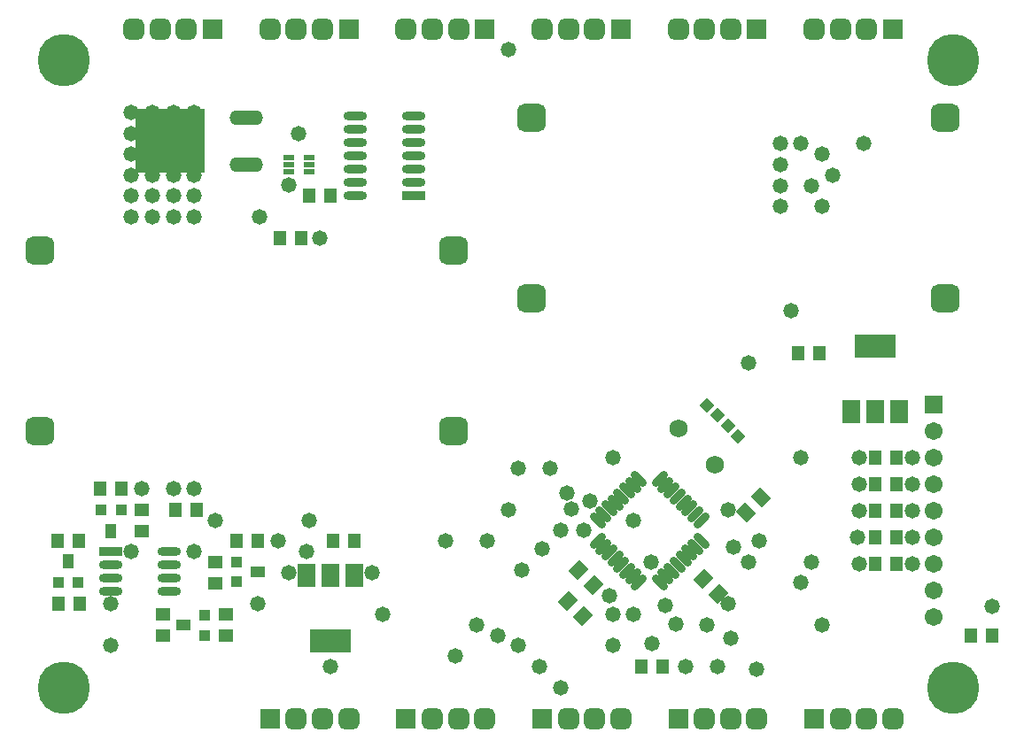
<source format=gts>
%FSLAX24Y24*%
%MOIN*%
G70*
G01*
G75*
G04 Layer_Color=8388736*
%ADD10R,0.0400X0.0500*%
%ADD11R,0.0360X0.0500*%
%ADD12R,0.0360X0.0360*%
%ADD13R,0.0500X0.0400*%
%ADD14R,0.0800X0.0240*%
%ADD15O,0.0800X0.0240*%
%ADD16R,0.0500X0.0360*%
%ADD17R,0.0360X0.0360*%
%ADD18R,0.0590X0.0790*%
%ADD19R,0.1500X0.0790*%
G04:AMPARAMS|DCode=20|XSize=40mil|YSize=50mil|CornerRadius=0mil|HoleSize=0mil|Usage=FLASHONLY|Rotation=135.000|XOffset=0mil|YOffset=0mil|HoleType=Round|Shape=Rectangle|*
%AMROTATEDRECTD20*
4,1,4,0.0318,0.0035,-0.0035,-0.0318,-0.0318,-0.0035,0.0035,0.0318,0.0318,0.0035,0.0*
%
%ADD20ROTATEDRECTD20*%

%ADD21P,0.0424X4X360.0*%
G04:AMPARAMS|DCode=22|XSize=40mil|YSize=50mil|CornerRadius=0mil|HoleSize=0mil|Usage=FLASHONLY|Rotation=225.000|XOffset=0mil|YOffset=0mil|HoleType=Round|Shape=Rectangle|*
%AMROTATEDRECTD22*
4,1,4,-0.0035,0.0318,0.0318,-0.0035,0.0035,-0.0318,-0.0318,0.0035,-0.0035,0.0318,0.0*
%
%ADD22ROTATEDRECTD22*%

%ADD23O,0.1181X0.0472*%
%ADD24R,0.2559X0.2323*%
G04:AMPARAMS|DCode=25|XSize=21.7mil|YSize=65mil|CornerRadius=0mil|HoleSize=0mil|Usage=FLASHONLY|Rotation=315.000|XOffset=0mil|YOffset=0mil|HoleType=Round|Shape=Round|*
%AMOVALD25*
21,1,0.0433,0.0217,0.0000,0.0000,45.0*
1,1,0.0217,-0.0153,-0.0153*
1,1,0.0217,0.0153,0.0153*
%
%ADD25OVALD25*%

G04:AMPARAMS|DCode=26|XSize=21.7mil|YSize=65mil|CornerRadius=0mil|HoleSize=0mil|Usage=FLASHONLY|Rotation=225.000|XOffset=0mil|YOffset=0mil|HoleType=Round|Shape=Round|*
%AMOVALD26*
21,1,0.0433,0.0217,0.0000,0.0000,315.0*
1,1,0.0217,-0.0153,0.0153*
1,1,0.0217,0.0153,-0.0153*
%
%ADD26OVALD26*%

%ADD27R,0.0335X0.0157*%
%ADD28C,0.0200*%
%ADD29C,0.0400*%
%ADD30C,0.0300*%
%ADD31C,0.0600*%
%ADD32C,0.0800*%
%ADD33C,0.0150*%
%ADD34C,0.0500*%
%ADD35C,0.1500*%
%ADD36C,0.2000*%
%ADD37C,0.0100*%
%ADD38R,0.2362X0.5118*%
%ADD39R,0.4331X0.6299*%
G04:AMPARAMS|DCode=40|XSize=70mil|YSize=70mil|CornerRadius=17.5mil|HoleSize=0mil|Usage=FLASHONLY|Rotation=0.000|XOffset=0mil|YOffset=0mil|HoleType=Round|Shape=RoundedRectangle|*
%AMROUNDEDRECTD40*
21,1,0.0700,0.0350,0,0,0.0*
21,1,0.0350,0.0700,0,0,0.0*
1,1,0.0350,0.0175,-0.0175*
1,1,0.0350,-0.0175,-0.0175*
1,1,0.0350,-0.0175,0.0175*
1,1,0.0350,0.0175,0.0175*
%
%ADD40ROUNDEDRECTD40*%
%ADD41R,0.0700X0.0700*%
%ADD42C,0.1575*%
G04:AMPARAMS|DCode=43|XSize=98.4mil|YSize=98.4mil|CornerRadius=24.6mil|HoleSize=0mil|Usage=FLASHONLY|Rotation=270.000|XOffset=0mil|YOffset=0mil|HoleType=Round|Shape=RoundedRectangle|*
%AMROUNDEDRECTD43*
21,1,0.0984,0.0492,0,0,270.0*
21,1,0.0492,0.0984,0,0,270.0*
1,1,0.0492,-0.0246,-0.0246*
1,1,0.0492,-0.0246,0.0246*
1,1,0.0492,0.0246,0.0246*
1,1,0.0492,0.0246,-0.0246*
%
%ADD43ROUNDEDRECTD43*%
%ADD44C,0.0591*%
%ADD45R,0.0591X0.0591*%
%ADD46C,0.0600*%
%ADD47C,0.0500*%
%ADD48R,0.6693X0.5118*%
%ADD49C,0.0098*%
%ADD50C,0.0236*%
%ADD51C,0.0050*%
%ADD52C,0.0040*%
%ADD53C,0.0079*%
%ADD54R,0.0840X0.0380*%
%ADD55R,0.0480X0.0580*%
%ADD56R,0.0440X0.0580*%
%ADD57R,0.0440X0.0440*%
%ADD58R,0.0580X0.0480*%
%ADD59R,0.0880X0.0320*%
%ADD60O,0.0880X0.0320*%
%ADD61R,0.0580X0.0440*%
%ADD62R,0.0440X0.0440*%
%ADD63R,0.0670X0.0870*%
%ADD64R,0.1580X0.0870*%
G04:AMPARAMS|DCode=65|XSize=48mil|YSize=58mil|CornerRadius=0mil|HoleSize=0mil|Usage=FLASHONLY|Rotation=135.000|XOffset=0mil|YOffset=0mil|HoleType=Round|Shape=Rectangle|*
%AMROTATEDRECTD65*
4,1,4,0.0375,0.0035,-0.0035,-0.0375,-0.0375,-0.0035,0.0035,0.0375,0.0375,0.0035,0.0*
%
%ADD65ROTATEDRECTD65*%

%ADD66P,0.0537X4X360.0*%
G04:AMPARAMS|DCode=67|XSize=48mil|YSize=58mil|CornerRadius=0mil|HoleSize=0mil|Usage=FLASHONLY|Rotation=225.000|XOffset=0mil|YOffset=0mil|HoleType=Round|Shape=Rectangle|*
%AMROTATEDRECTD67*
4,1,4,-0.0035,0.0375,0.0375,-0.0035,0.0035,-0.0375,-0.0375,0.0035,-0.0035,0.0375,0.0*
%
%ADD67ROTATEDRECTD67*%

%ADD68O,0.1261X0.0552*%
%ADD69R,0.2639X0.2403*%
G04:AMPARAMS|DCode=70|XSize=29.7mil|YSize=73mil|CornerRadius=0mil|HoleSize=0mil|Usage=FLASHONLY|Rotation=315.000|XOffset=0mil|YOffset=0mil|HoleType=Round|Shape=Round|*
%AMOVALD70*
21,1,0.0433,0.0297,0.0000,0.0000,45.0*
1,1,0.0297,-0.0153,-0.0153*
1,1,0.0297,0.0153,0.0153*
%
%ADD70OVALD70*%

G04:AMPARAMS|DCode=71|XSize=29.7mil|YSize=73mil|CornerRadius=0mil|HoleSize=0mil|Usage=FLASHONLY|Rotation=225.000|XOffset=0mil|YOffset=0mil|HoleType=Round|Shape=Round|*
%AMOVALD71*
21,1,0.0433,0.0297,0.0000,0.0000,315.0*
1,1,0.0297,-0.0153,0.0153*
1,1,0.0297,0.0153,-0.0153*
%
%ADD71OVALD71*%

%ADD72R,0.0415X0.0237*%
G04:AMPARAMS|DCode=73|XSize=78mil|YSize=78mil|CornerRadius=21.5mil|HoleSize=0mil|Usage=FLASHONLY|Rotation=0.000|XOffset=0mil|YOffset=0mil|HoleType=Round|Shape=RoundedRectangle|*
%AMROUNDEDRECTD73*
21,1,0.0780,0.0350,0,0,0.0*
21,1,0.0350,0.0780,0,0,0.0*
1,1,0.0430,0.0175,-0.0175*
1,1,0.0430,-0.0175,-0.0175*
1,1,0.0430,-0.0175,0.0175*
1,1,0.0430,0.0175,0.0175*
%
%ADD73ROUNDEDRECTD73*%
%ADD74R,0.0780X0.0780*%
%ADD75C,0.1969*%
G04:AMPARAMS|DCode=76|XSize=106.4mil|YSize=106.4mil|CornerRadius=28.6mil|HoleSize=0mil|Usage=FLASHONLY|Rotation=270.000|XOffset=0mil|YOffset=0mil|HoleType=Round|Shape=RoundedRectangle|*
%AMROUNDEDRECTD76*
21,1,0.1064,0.0492,0,0,270.0*
21,1,0.0492,0.1064,0,0,270.0*
1,1,0.0572,-0.0246,-0.0246*
1,1,0.0572,-0.0246,0.0246*
1,1,0.0572,0.0246,0.0246*
1,1,0.0572,0.0246,-0.0246*
%
%ADD76ROUNDEDRECTD76*%
%ADD77C,0.0671*%
%ADD78R,0.0671X0.0671*%
%ADD79C,0.0680*%
%ADD80C,0.0580*%
D55*
X5118Y9843D02*
D03*
X4318D02*
D03*
X7174Y9055D02*
D03*
X7974D02*
D03*
X3543Y7874D02*
D03*
X2743D02*
D03*
X2756Y5512D02*
D03*
X3556D02*
D03*
X9449Y7874D02*
D03*
X10249D02*
D03*
X34295Y10013D02*
D03*
X33495D02*
D03*
X34295Y9013D02*
D03*
X33495D02*
D03*
X34295Y8013D02*
D03*
X33495D02*
D03*
X34295Y7013D02*
D03*
X33495D02*
D03*
X34295Y11013D02*
D03*
X33495D02*
D03*
X12205Y20866D02*
D03*
X13005D02*
D03*
X11111Y19291D02*
D03*
X11911D02*
D03*
X13080Y7874D02*
D03*
X13880D02*
D03*
X31409Y14961D02*
D03*
X30609D02*
D03*
X25503Y3150D02*
D03*
X24703D02*
D03*
X37095Y4331D02*
D03*
X37895D02*
D03*
D56*
X4738Y8255D02*
D03*
X3136Y7099D02*
D03*
D57*
X4368Y9055D02*
D03*
X5118D02*
D03*
X3506Y6299D02*
D03*
X2756D02*
D03*
D58*
X5906Y9055D02*
D03*
Y8255D02*
D03*
X8661Y7087D02*
D03*
Y6287D02*
D03*
X9055Y4331D02*
D03*
Y5131D02*
D03*
X6693Y4331D02*
D03*
Y5131D02*
D03*
D59*
X4724Y7480D02*
D03*
X16142Y20866D02*
D03*
D60*
X6924Y6480D02*
D03*
X4724D02*
D03*
Y6980D02*
D03*
X6924Y7480D02*
D03*
Y6980D02*
D03*
X4724Y5980D02*
D03*
X6924D02*
D03*
X16142Y23866D02*
D03*
Y22366D02*
D03*
X13942Y23866D02*
D03*
Y22866D02*
D03*
Y21866D02*
D03*
X16142Y21366D02*
D03*
Y23366D02*
D03*
Y21866D02*
D03*
Y22866D02*
D03*
X13942Y23366D02*
D03*
Y22366D02*
D03*
Y21366D02*
D03*
Y20866D02*
D03*
D61*
X10249Y6707D02*
D03*
X7468Y4711D02*
D03*
D62*
X9449Y6337D02*
D03*
Y7087D02*
D03*
X8268Y5081D02*
D03*
Y4331D02*
D03*
D63*
X12082Y6582D02*
D03*
X12992D02*
D03*
X13902D02*
D03*
X34405Y12743D02*
D03*
X33495D02*
D03*
X32585D02*
D03*
D64*
X12992Y4102D02*
D03*
X33495Y15223D02*
D03*
D65*
X21946Y5613D02*
D03*
X22512Y5047D02*
D03*
X22340Y6794D02*
D03*
X22905Y6229D02*
D03*
X27587Y5878D02*
D03*
X27022Y6444D02*
D03*
D66*
X27554Y12603D02*
D03*
X27165Y12992D02*
D03*
X27958Y12200D02*
D03*
X28346Y11811D02*
D03*
D67*
X28639Y8954D02*
D03*
X29205Y9520D02*
D03*
D68*
X9843Y23819D02*
D03*
Y22047D02*
D03*
D69*
X6978Y22933D02*
D03*
D70*
X26949Y8657D02*
D03*
X26726Y8880D02*
D03*
X26503Y9103D02*
D03*
X26281Y9326D02*
D03*
X26058Y9548D02*
D03*
X25835Y9771D02*
D03*
X25612Y9994D02*
D03*
X25390Y10216D02*
D03*
X23051Y7878D02*
D03*
X23274Y7655D02*
D03*
X23497Y7433D02*
D03*
X23719Y7210D02*
D03*
X23942Y6987D02*
D03*
X24165Y6764D02*
D03*
X24388Y6542D02*
D03*
X24610Y6319D02*
D03*
D71*
Y10216D02*
D03*
X24388Y9994D02*
D03*
X24165Y9771D02*
D03*
X23942Y9548D02*
D03*
X23719Y9326D02*
D03*
X23497Y9103D02*
D03*
X23274Y8880D02*
D03*
X23051Y8657D02*
D03*
X25390Y6319D02*
D03*
X25612Y6542D02*
D03*
X25835Y6764D02*
D03*
X26058Y6987D02*
D03*
X26281Y7210D02*
D03*
X26503Y7433D02*
D03*
X26726Y7655D02*
D03*
X26949Y7878D02*
D03*
D72*
X12185Y21791D02*
D03*
Y22047D02*
D03*
Y22303D02*
D03*
X11437D02*
D03*
Y22047D02*
D03*
Y21791D02*
D03*
D73*
X34154Y1181D02*
D03*
X33169D02*
D03*
X32185D02*
D03*
X23917D02*
D03*
X22933D02*
D03*
X21949D02*
D03*
X29035D02*
D03*
X28051D02*
D03*
X27067D02*
D03*
X13681D02*
D03*
X12697D02*
D03*
X11713D02*
D03*
X18799D02*
D03*
X17815D02*
D03*
X16831D02*
D03*
X26083Y27165D02*
D03*
X27067D02*
D03*
X28051D02*
D03*
X20965D02*
D03*
X21949D02*
D03*
X22933D02*
D03*
X15846D02*
D03*
X16831D02*
D03*
X17815D02*
D03*
X5610D02*
D03*
X6594D02*
D03*
X7579D02*
D03*
X10728D02*
D03*
X11713D02*
D03*
X12697D02*
D03*
X31201D02*
D03*
X32185D02*
D03*
X33169D02*
D03*
D74*
X31201Y1181D02*
D03*
X20965D02*
D03*
X26083D02*
D03*
X10728D02*
D03*
X15846D02*
D03*
X29035Y27165D02*
D03*
X23917D02*
D03*
X18799D02*
D03*
X8563D02*
D03*
X13681D02*
D03*
X34154D02*
D03*
D75*
X2953Y2362D02*
D03*
X36417D02*
D03*
Y25984D02*
D03*
X2953D02*
D03*
D76*
X36122Y23819D02*
D03*
X20571D02*
D03*
Y17008D02*
D03*
X36122D02*
D03*
X2067Y12008D02*
D03*
X17618D02*
D03*
Y18819D02*
D03*
X2067D02*
D03*
D77*
X35695Y12013D02*
D03*
Y5013D02*
D03*
Y6013D02*
D03*
Y7013D02*
D03*
Y8013D02*
D03*
Y9013D02*
D03*
Y10013D02*
D03*
Y11013D02*
D03*
D78*
Y13013D02*
D03*
D79*
X26090Y12099D02*
D03*
X27454Y10735D02*
D03*
D80*
X5512Y20079D02*
D03*
X6299D02*
D03*
X7087D02*
D03*
X7874D02*
D03*
X7087Y20866D02*
D03*
X6299D02*
D03*
X5512D02*
D03*
Y21654D02*
D03*
X6299D02*
D03*
X7087D02*
D03*
X7874Y20866D02*
D03*
Y21654D02*
D03*
X30315Y16535D02*
D03*
X18898Y7874D02*
D03*
X22770Y9384D02*
D03*
X21897Y9693D02*
D03*
X21260Y10630D02*
D03*
X23622Y11024D02*
D03*
X21654Y8268D02*
D03*
X20965Y7579D02*
D03*
X20180Y6794D02*
D03*
X22514Y8268D02*
D03*
X22061Y9077D02*
D03*
X18504Y4724D02*
D03*
X17710Y3536D02*
D03*
X25591Y5448D02*
D03*
X26003Y4743D02*
D03*
X27165Y4724D02*
D03*
X27953Y5513D02*
D03*
X24409Y5118D02*
D03*
X23622Y5118D02*
D03*
Y3937D02*
D03*
X23498Y5815D02*
D03*
X21654Y2362D02*
D03*
X20866Y3150D02*
D03*
X25087Y4010D02*
D03*
X25068Y7087D02*
D03*
X27559Y3150D02*
D03*
X20079Y3937D02*
D03*
X19291Y4331D02*
D03*
X24409Y8661D02*
D03*
X34895Y8013D02*
D03*
Y7013D02*
D03*
X32895Y10013D02*
D03*
Y9013D02*
D03*
X11437Y21280D02*
D03*
X7874Y24016D02*
D03*
Y23228D02*
D03*
Y22441D02*
D03*
X7087D02*
D03*
X6299D02*
D03*
X5512D02*
D03*
Y23228D02*
D03*
X6299D02*
D03*
X7087D02*
D03*
Y24016D02*
D03*
X6299D02*
D03*
X5512D02*
D03*
X19685Y26378D02*
D03*
X33071Y22835D02*
D03*
X32816Y8013D02*
D03*
X37895Y5412D02*
D03*
X32895Y7013D02*
D03*
X10324Y20079D02*
D03*
X12598Y19291D02*
D03*
X11811Y23228D02*
D03*
X34895Y11013D02*
D03*
Y9013D02*
D03*
Y10013D02*
D03*
X32895Y11013D02*
D03*
X29921Y22835D02*
D03*
Y20472D02*
D03*
Y21260D02*
D03*
Y22047D02*
D03*
X30709Y22835D02*
D03*
X31496Y22441D02*
D03*
X31890Y21654D02*
D03*
X31102Y21260D02*
D03*
X31496Y20472D02*
D03*
X5512Y7480D02*
D03*
X7874Y7480D02*
D03*
X5906Y9843D02*
D03*
X12094Y7480D02*
D03*
X4724Y5512D02*
D03*
Y3937D02*
D03*
X7087Y9843D02*
D03*
X7874D02*
D03*
X8661Y8661D02*
D03*
X14567Y6693D02*
D03*
X28051Y4232D02*
D03*
X29035Y3051D02*
D03*
X26378Y3150D02*
D03*
X17323Y7874D02*
D03*
X20079Y10630D02*
D03*
X10249Y5524D02*
D03*
X14961Y5118D02*
D03*
X11024Y7874D02*
D03*
X12205Y8661D02*
D03*
X19685Y9055D02*
D03*
X11417Y6693D02*
D03*
X12992Y3150D02*
D03*
X28740Y14567D02*
D03*
X30709Y11024D02*
D03*
X27953Y9055D02*
D03*
X28172Y7655D02*
D03*
X29130Y7878D02*
D03*
X28740Y7087D02*
D03*
X31102Y7087D02*
D03*
X30709Y6301D02*
D03*
X31496Y4724D02*
D03*
M02*

</source>
